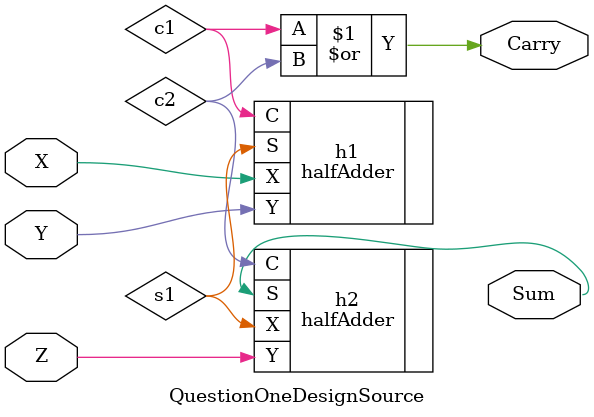
<source format=v>
`timescale 1ns / 1ps


module QuestionOneDesignSource(
    input X,
    input Y,
    input Z,
    output Sum,
    output Carry
    );
    
    wire s1;
    wire c1; 
    wire c2;
    //In the parenthesis is from the current file
    //Next to the period is from the referenced file
    halfAdder h1(.X(X),.Y(Y),.S(s1),.C(c1));
    halfAdder h2(.X(s1),.Y(Z),.S(Sum),.C(c2));
    assign Carry = c1 | c2;
    
endmodule

</source>
